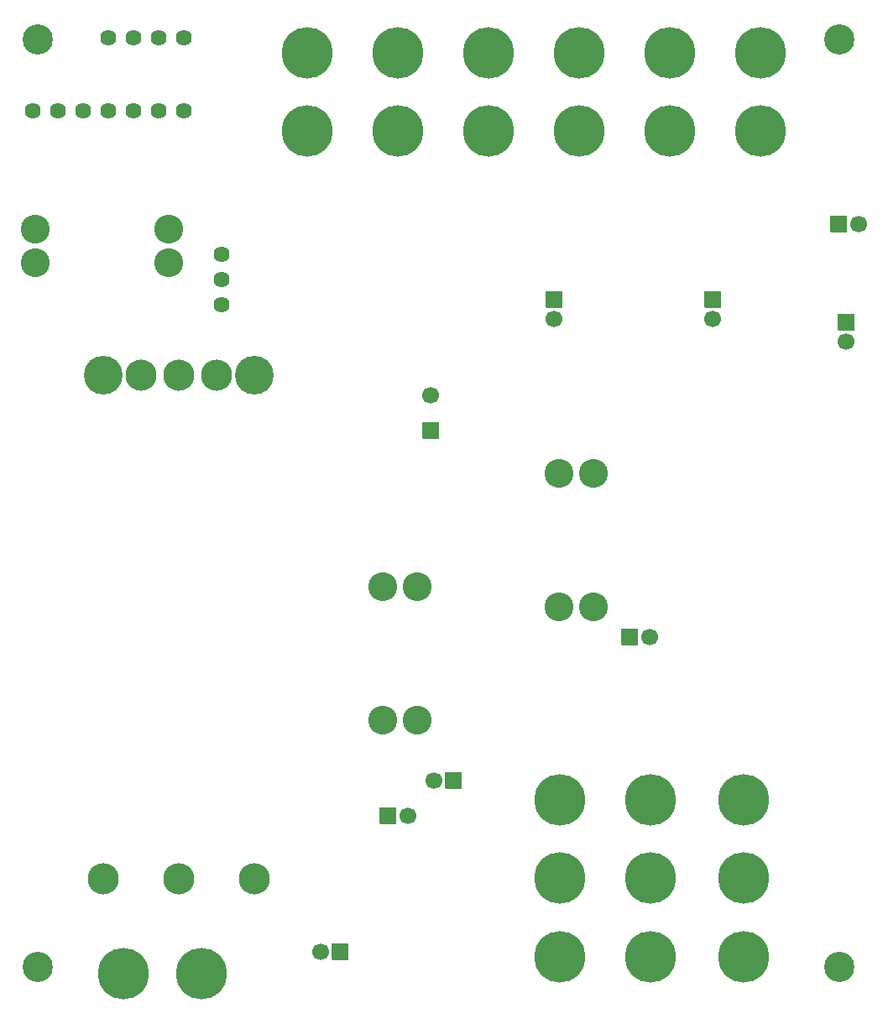
<source format=gbr>
%TF.GenerationSoftware,KiCad,Pcbnew,(5.1.8)-1*%
%TF.CreationDate,2021-04-02T01:03:45-05:00*%
%TF.ProjectId,12VBoard_2021_Rev1,31325642-6f61-4726-945f-323032315f52,rev?*%
%TF.SameCoordinates,Original*%
%TF.FileFunction,Soldermask,Bot*%
%TF.FilePolarity,Negative*%
%FSLAX46Y46*%
G04 Gerber Fmt 4.6, Leading zero omitted, Abs format (unit mm)*
G04 Created by KiCad (PCBNEW (5.1.8)-1) date 2021-04-02 01:03:45*
%MOMM*%
%LPD*%
G01*
G04 APERTURE LIST*
%ADD10C,1.624000*%
%ADD11C,3.148000*%
%ADD12C,3.910000*%
%ADD13C,2.919400*%
%ADD14C,5.180000*%
%ADD15C,1.700000*%
%ADD16C,3.046400*%
G04 APERTURE END LIST*
D10*
%TO.C,Conn2*%
X88646000Y-43180000D03*
X88646000Y-43180000D03*
X91186000Y-43180000D03*
X93726000Y-43180000D03*
X96266000Y-43180000D03*
%TD*%
D11*
%TO.C,VR1*%
X99568000Y-77216000D03*
X95758000Y-77216000D03*
X91948000Y-77216000D03*
D12*
X88138000Y-77216000D03*
X103378000Y-77216000D03*
D11*
X88138000Y-128016000D03*
X95758000Y-128016000D03*
X103378000Y-128016000D03*
%TD*%
D10*
%TO.C,U9*%
X100076000Y-65024000D03*
X100076000Y-67564000D03*
X100076000Y-70104000D03*
%TD*%
D13*
%TO.C,F3*%
X119761000Y-112014000D03*
X116332000Y-112014000D03*
X116332000Y-98552000D03*
X119761000Y-98552000D03*
%TD*%
%TO.C,F2*%
X81280000Y-65913000D03*
X81280000Y-62484000D03*
X94742000Y-62484000D03*
X94742000Y-65913000D03*
%TD*%
%TO.C,F1*%
X137541000Y-100584000D03*
X134112000Y-100584000D03*
X134112000Y-87122000D03*
X137541000Y-87122000D03*
%TD*%
D14*
%TO.C,Drive*%
X154406000Y-52617000D03*
X154406000Y-44717000D03*
%TD*%
%TO.C,Conn12*%
X152680000Y-120077000D03*
X152680000Y-127977000D03*
X152680000Y-135877000D03*
%TD*%
%TO.C,Conn11*%
X143282000Y-120077000D03*
X143282000Y-127977000D03*
X143282000Y-135877000D03*
%TD*%
%TO.C,Conn9*%
X134138000Y-120077000D03*
X134138000Y-127977000D03*
X134138000Y-135877000D03*
%TD*%
%TO.C,Extra 2&3*%
X117830000Y-52617000D03*
X117830000Y-44717000D03*
%TD*%
%TO.C,Extra 1*%
X126974000Y-52617000D03*
X126974000Y-44717000D03*
%TD*%
%TO.C,Nav*%
X136118000Y-52617000D03*
X136118000Y-44717000D03*
%TD*%
%TO.C,Camera*%
X145262000Y-52617000D03*
X145262000Y-44717000D03*
%TD*%
%TO.C,Extra 2&3*%
X108686000Y-52617000D03*
X108686000Y-44717000D03*
%TD*%
%TO.C,Pack*%
X90131000Y-137642000D03*
X98031000Y-137642000D03*
%TD*%
D10*
%TO.C,Conn1*%
X81026000Y-50574000D03*
X83566000Y-50574000D03*
X86106000Y-50574000D03*
X88646000Y-50574000D03*
X91186000Y-50574000D03*
X93726000Y-50574000D03*
X96266000Y-50574000D03*
%TD*%
D15*
%TO.C,C49*%
X133604000Y-71596000D03*
G36*
G01*
X132804000Y-68746000D02*
X134404000Y-68746000D01*
G75*
G02*
X134454000Y-68796000I0J-50000D01*
G01*
X134454000Y-70396000D01*
G75*
G02*
X134404000Y-70446000I-50000J0D01*
G01*
X132804000Y-70446000D01*
G75*
G02*
X132754000Y-70396000I0J50000D01*
G01*
X132754000Y-68796000D01*
G75*
G02*
X132804000Y-68746000I50000J0D01*
G01*
G37*
%TD*%
%TO.C,C47*%
X149606000Y-71596000D03*
G36*
G01*
X148806000Y-68746000D02*
X150406000Y-68746000D01*
G75*
G02*
X150456000Y-68796000I0J-50000D01*
G01*
X150456000Y-70396000D01*
G75*
G02*
X150406000Y-70446000I-50000J0D01*
G01*
X148806000Y-70446000D01*
G75*
G02*
X148756000Y-70396000I0J50000D01*
G01*
X148756000Y-68796000D01*
G75*
G02*
X148806000Y-68746000I50000J0D01*
G01*
G37*
%TD*%
%TO.C,C45*%
X163068000Y-73882000D03*
G36*
G01*
X162268000Y-71032000D02*
X163868000Y-71032000D01*
G75*
G02*
X163918000Y-71082000I0J-50000D01*
G01*
X163918000Y-72682000D01*
G75*
G02*
X163868000Y-72732000I-50000J0D01*
G01*
X162268000Y-72732000D01*
G75*
G02*
X162218000Y-72682000I0J50000D01*
G01*
X162218000Y-71082000D01*
G75*
G02*
X162268000Y-71032000I50000J0D01*
G01*
G37*
%TD*%
%TO.C,C43*%
X164306000Y-61976000D03*
G36*
G01*
X161456000Y-62776000D02*
X161456000Y-61176000D01*
G75*
G02*
X161506000Y-61126000I50000J0D01*
G01*
X163106000Y-61126000D01*
G75*
G02*
X163156000Y-61176000I0J-50000D01*
G01*
X163156000Y-62776000D01*
G75*
G02*
X163106000Y-62826000I-50000J0D01*
G01*
X161506000Y-62826000D01*
G75*
G02*
X161456000Y-62776000I0J50000D01*
G01*
G37*
%TD*%
%TO.C,C18*%
X143224000Y-103632000D03*
G36*
G01*
X140374000Y-104432000D02*
X140374000Y-102832000D01*
G75*
G02*
X140424000Y-102782000I50000J0D01*
G01*
X142024000Y-102782000D01*
G75*
G02*
X142074000Y-102832000I0J-50000D01*
G01*
X142074000Y-104432000D01*
G75*
G02*
X142024000Y-104482000I-50000J0D01*
G01*
X140424000Y-104482000D01*
G75*
G02*
X140374000Y-104432000I0J50000D01*
G01*
G37*
%TD*%
%TO.C,C16*%
X121444000Y-118110000D03*
G36*
G01*
X124294000Y-117310000D02*
X124294000Y-118910000D01*
G75*
G02*
X124244000Y-118960000I-50000J0D01*
G01*
X122644000Y-118960000D01*
G75*
G02*
X122594000Y-118910000I0J50000D01*
G01*
X122594000Y-117310000D01*
G75*
G02*
X122644000Y-117260000I50000J0D01*
G01*
X124244000Y-117260000D01*
G75*
G02*
X124294000Y-117310000I0J-50000D01*
G01*
G37*
%TD*%
%TO.C,C10*%
X121158000Y-79304000D03*
G36*
G01*
X121958000Y-83654000D02*
X120358000Y-83654000D01*
G75*
G02*
X120308000Y-83604000I0J50000D01*
G01*
X120308000Y-82004000D01*
G75*
G02*
X120358000Y-81954000I50000J0D01*
G01*
X121958000Y-81954000D01*
G75*
G02*
X122008000Y-82004000I0J-50000D01*
G01*
X122008000Y-83604000D01*
G75*
G02*
X121958000Y-83654000I-50000J0D01*
G01*
G37*
%TD*%
%TO.C,C7*%
X110014000Y-135382000D03*
G36*
G01*
X112864000Y-134582000D02*
X112864000Y-136182000D01*
G75*
G02*
X112814000Y-136232000I-50000J0D01*
G01*
X111214000Y-136232000D01*
G75*
G02*
X111164000Y-136182000I0J50000D01*
G01*
X111164000Y-134582000D01*
G75*
G02*
X111214000Y-134532000I50000J0D01*
G01*
X112814000Y-134532000D01*
G75*
G02*
X112864000Y-134582000I0J-50000D01*
G01*
G37*
%TD*%
%TO.C,C5*%
X118840000Y-121666000D03*
G36*
G01*
X115990000Y-122466000D02*
X115990000Y-120866000D01*
G75*
G02*
X116040000Y-120816000I50000J0D01*
G01*
X117640000Y-120816000D01*
G75*
G02*
X117690000Y-120866000I0J-50000D01*
G01*
X117690000Y-122466000D01*
G75*
G02*
X117640000Y-122516000I-50000J0D01*
G01*
X116040000Y-122516000D01*
G75*
G02*
X115990000Y-122466000I0J50000D01*
G01*
G37*
%TD*%
D16*
%TO.C,REF\u002A\u002A*%
X162361880Y-136961880D03*
%TD*%
%TO.C,REF\u002A\u002A*%
X81478120Y-136961880D03*
%TD*%
%TO.C,REF\u002A\u002A*%
X162361880Y-43378120D03*
%TD*%
%TO.C,REF\u002A\u002A*%
X81478120Y-43378120D03*
%TD*%
M02*

</source>
